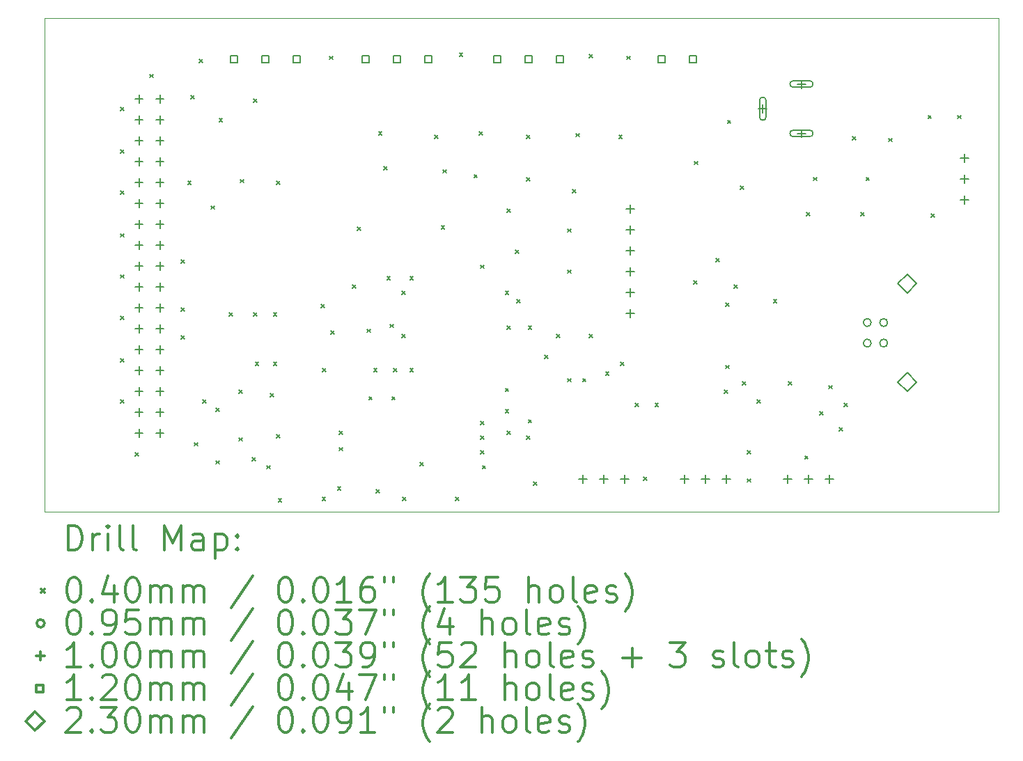
<source format=gbr>
%FSLAX45Y45*%
G04 Gerber Fmt 4.5, Leading zero omitted, Abs format (unit mm)*
G04 Created by KiCad (PCBNEW (5.1.9)-1) date 2021-04-20 11:25:09*
%MOMM*%
%LPD*%
G01*
G04 APERTURE LIST*
%TA.AperFunction,Profile*%
%ADD10C,0.050000*%
%TD*%
%ADD11C,0.200000*%
%ADD12C,0.300000*%
G04 APERTURE END LIST*
D10*
X15800000Y-15000000D02*
X4200000Y-15000000D01*
X15800000Y-9000000D02*
X15800000Y-15000000D01*
X4200000Y-9000000D02*
X15800000Y-9000000D01*
X4200000Y-15000000D02*
X4200000Y-9000000D01*
D11*
X5120000Y-10080000D02*
X5160000Y-10120000D01*
X5160000Y-10080000D02*
X5120000Y-10120000D01*
X5120000Y-10600000D02*
X5160000Y-10640000D01*
X5160000Y-10600000D02*
X5120000Y-10640000D01*
X5120000Y-11100000D02*
X5160000Y-11140000D01*
X5160000Y-11100000D02*
X5120000Y-11140000D01*
X5120000Y-11620000D02*
X5160000Y-11660000D01*
X5160000Y-11620000D02*
X5120000Y-11660000D01*
X5120000Y-12120000D02*
X5160000Y-12160000D01*
X5160000Y-12120000D02*
X5120000Y-12160000D01*
X5120000Y-12620000D02*
X5160000Y-12660000D01*
X5160000Y-12620000D02*
X5120000Y-12660000D01*
X5120000Y-13140000D02*
X5160000Y-13180000D01*
X5160000Y-13140000D02*
X5120000Y-13180000D01*
X5120000Y-13640000D02*
X5160000Y-13680000D01*
X5160000Y-13640000D02*
X5120000Y-13680000D01*
X5300000Y-14280000D02*
X5340000Y-14320000D01*
X5340000Y-14280000D02*
X5300000Y-14320000D01*
X5480000Y-9680000D02*
X5520000Y-9720000D01*
X5520000Y-9680000D02*
X5480000Y-9720000D01*
X5860000Y-11940000D02*
X5900000Y-11980000D01*
X5900000Y-11940000D02*
X5860000Y-11980000D01*
X5860000Y-12520000D02*
X5900000Y-12560000D01*
X5900000Y-12520000D02*
X5860000Y-12560000D01*
X5860000Y-12860000D02*
X5900000Y-12900000D01*
X5900000Y-12860000D02*
X5860000Y-12900000D01*
X5940000Y-10980000D02*
X5980000Y-11020000D01*
X5980000Y-10980000D02*
X5940000Y-11020000D01*
X5980000Y-9940000D02*
X6020000Y-9980000D01*
X6020000Y-9940000D02*
X5980000Y-9980000D01*
X6020000Y-14160000D02*
X6060000Y-14200000D01*
X6060000Y-14160000D02*
X6020000Y-14200000D01*
X6080000Y-9500000D02*
X6120000Y-9540000D01*
X6120000Y-9500000D02*
X6080000Y-9540000D01*
X6120000Y-13640000D02*
X6160000Y-13680000D01*
X6160000Y-13640000D02*
X6120000Y-13680000D01*
X6220000Y-11280000D02*
X6260000Y-11320000D01*
X6260000Y-11280000D02*
X6220000Y-11320000D01*
X6280000Y-13740000D02*
X6320000Y-13780000D01*
X6320000Y-13740000D02*
X6280000Y-13780000D01*
X6280000Y-14380000D02*
X6320000Y-14420000D01*
X6320000Y-14380000D02*
X6280000Y-14420000D01*
X6320000Y-10220000D02*
X6360000Y-10260000D01*
X6360000Y-10220000D02*
X6320000Y-10260000D01*
X6440000Y-12580000D02*
X6480000Y-12620000D01*
X6480000Y-12580000D02*
X6440000Y-12620000D01*
X6560000Y-13520000D02*
X6600000Y-13560000D01*
X6600000Y-13520000D02*
X6560000Y-13560000D01*
X6560000Y-14100000D02*
X6600000Y-14140000D01*
X6600000Y-14100000D02*
X6560000Y-14140000D01*
X6580000Y-10960000D02*
X6620000Y-11000000D01*
X6620000Y-10960000D02*
X6580000Y-11000000D01*
X6720000Y-14340000D02*
X6760000Y-14380000D01*
X6760000Y-14340000D02*
X6720000Y-14380000D01*
X6740000Y-9980000D02*
X6780000Y-10020000D01*
X6780000Y-9980000D02*
X6740000Y-10020000D01*
X6740000Y-12580000D02*
X6780000Y-12620000D01*
X6780000Y-12580000D02*
X6740000Y-12620000D01*
X6760000Y-13180000D02*
X6800000Y-13220000D01*
X6800000Y-13180000D02*
X6760000Y-13220000D01*
X6900000Y-14440000D02*
X6940000Y-14480000D01*
X6940000Y-14440000D02*
X6900000Y-14480000D01*
X6940000Y-13560000D02*
X6980000Y-13600000D01*
X6980000Y-13560000D02*
X6940000Y-13600000D01*
X6980000Y-12580000D02*
X7020000Y-12620000D01*
X7020000Y-12580000D02*
X6980000Y-12620000D01*
X6980000Y-13180000D02*
X7020000Y-13220000D01*
X7020000Y-13180000D02*
X6980000Y-13220000D01*
X7020000Y-10980000D02*
X7060000Y-11020000D01*
X7060000Y-10980000D02*
X7020000Y-11020000D01*
X7020000Y-14060000D02*
X7060000Y-14100000D01*
X7060000Y-14060000D02*
X7020000Y-14100000D01*
X7040000Y-14840000D02*
X7080000Y-14880000D01*
X7080000Y-14840000D02*
X7040000Y-14880000D01*
X7560000Y-12480000D02*
X7600000Y-12520000D01*
X7600000Y-12480000D02*
X7560000Y-12520000D01*
X7573720Y-14826280D02*
X7613720Y-14866280D01*
X7613720Y-14826280D02*
X7573720Y-14866280D01*
X7580000Y-13260000D02*
X7620000Y-13300000D01*
X7620000Y-13260000D02*
X7580000Y-13300000D01*
X7660000Y-9460000D02*
X7700000Y-9500000D01*
X7700000Y-9460000D02*
X7660000Y-9500000D01*
X7680000Y-12800000D02*
X7720000Y-12840000D01*
X7720000Y-12800000D02*
X7680000Y-12840000D01*
X7760000Y-14700000D02*
X7800000Y-14740000D01*
X7800000Y-14700000D02*
X7760000Y-14740000D01*
X7780000Y-14020000D02*
X7820000Y-14060000D01*
X7820000Y-14020000D02*
X7780000Y-14060000D01*
X7780000Y-14220000D02*
X7820000Y-14260000D01*
X7820000Y-14220000D02*
X7780000Y-14260000D01*
X7940000Y-12240000D02*
X7980000Y-12280000D01*
X7980000Y-12240000D02*
X7940000Y-12280000D01*
X8000000Y-11540000D02*
X8040000Y-11580000D01*
X8040000Y-11540000D02*
X8000000Y-11580000D01*
X8120000Y-12780000D02*
X8160000Y-12820000D01*
X8160000Y-12780000D02*
X8120000Y-12820000D01*
X8140000Y-13600000D02*
X8180000Y-13640000D01*
X8180000Y-13600000D02*
X8140000Y-13640000D01*
X8200000Y-13260000D02*
X8240000Y-13300000D01*
X8240000Y-13260000D02*
X8200000Y-13300000D01*
X8230000Y-14730000D02*
X8270000Y-14770000D01*
X8270000Y-14730000D02*
X8230000Y-14770000D01*
X8260000Y-10380000D02*
X8300000Y-10420000D01*
X8300000Y-10380000D02*
X8260000Y-10420000D01*
X8320000Y-10800000D02*
X8360000Y-10840000D01*
X8360000Y-10800000D02*
X8320000Y-10840000D01*
X8360000Y-12140000D02*
X8400000Y-12180000D01*
X8400000Y-12140000D02*
X8360000Y-12180000D01*
X8400000Y-12720000D02*
X8440000Y-12760000D01*
X8440000Y-12720000D02*
X8400000Y-12760000D01*
X8420000Y-13600000D02*
X8460000Y-13640000D01*
X8460000Y-13600000D02*
X8420000Y-13640000D01*
X8440000Y-13260000D02*
X8480000Y-13300000D01*
X8480000Y-13260000D02*
X8440000Y-13300000D01*
X8540000Y-12320000D02*
X8580000Y-12360000D01*
X8580000Y-12320000D02*
X8540000Y-12360000D01*
X8540000Y-12840000D02*
X8580000Y-12880000D01*
X8580000Y-12840000D02*
X8540000Y-12880000D01*
X8553720Y-14826280D02*
X8593720Y-14866280D01*
X8593720Y-14826280D02*
X8553720Y-14866280D01*
X8640000Y-12140000D02*
X8680000Y-12180000D01*
X8680000Y-12140000D02*
X8640000Y-12180000D01*
X8640000Y-13260000D02*
X8680000Y-13300000D01*
X8680000Y-13260000D02*
X8640000Y-13300000D01*
X8760000Y-14400000D02*
X8800000Y-14440000D01*
X8800000Y-14400000D02*
X8760000Y-14440000D01*
X8940000Y-10420000D02*
X8980000Y-10460000D01*
X8980000Y-10420000D02*
X8940000Y-10460000D01*
X9020000Y-11520000D02*
X9060000Y-11560000D01*
X9060000Y-11520000D02*
X9020000Y-11560000D01*
X9040000Y-10840000D02*
X9080000Y-10880000D01*
X9080000Y-10840000D02*
X9040000Y-10880000D01*
X9193720Y-14826280D02*
X9233720Y-14866280D01*
X9233720Y-14826280D02*
X9193720Y-14866280D01*
X9240000Y-9420000D02*
X9280000Y-9460000D01*
X9280000Y-9420000D02*
X9240000Y-9460000D01*
X9420000Y-10900000D02*
X9460000Y-10940000D01*
X9460000Y-10900000D02*
X9420000Y-10940000D01*
X9480000Y-10380000D02*
X9520000Y-10420000D01*
X9520000Y-10380000D02*
X9480000Y-10420000D01*
X9500000Y-12000000D02*
X9540000Y-12040000D01*
X9540000Y-12000000D02*
X9500000Y-12040000D01*
X9500000Y-13900000D02*
X9540000Y-13940000D01*
X9540000Y-13900000D02*
X9500000Y-13940000D01*
X9500000Y-14080000D02*
X9540000Y-14120000D01*
X9540000Y-14080000D02*
X9500000Y-14120000D01*
X9500000Y-14260000D02*
X9540000Y-14300000D01*
X9540000Y-14260000D02*
X9500000Y-14300000D01*
X9520000Y-14440000D02*
X9560000Y-14480000D01*
X9560000Y-14440000D02*
X9520000Y-14480000D01*
X9800000Y-12320000D02*
X9840000Y-12360000D01*
X9840000Y-12320000D02*
X9800000Y-12360000D01*
X9800000Y-13500000D02*
X9840000Y-13540000D01*
X9840000Y-13500000D02*
X9800000Y-13540000D01*
X9800000Y-13760000D02*
X9840000Y-13800000D01*
X9840000Y-13760000D02*
X9800000Y-13800000D01*
X9820000Y-11320000D02*
X9860000Y-11360000D01*
X9860000Y-11320000D02*
X9820000Y-11360000D01*
X9820000Y-12740000D02*
X9860000Y-12780000D01*
X9860000Y-12740000D02*
X9820000Y-12780000D01*
X9820000Y-14020000D02*
X9860000Y-14060000D01*
X9860000Y-14020000D02*
X9820000Y-14060000D01*
X9920000Y-11820000D02*
X9960000Y-11860000D01*
X9960000Y-11820000D02*
X9920000Y-11860000D01*
X9940000Y-12420000D02*
X9980000Y-12460000D01*
X9980000Y-12420000D02*
X9940000Y-12460000D01*
X10060000Y-10420000D02*
X10100000Y-10460000D01*
X10100000Y-10420000D02*
X10060000Y-10460000D01*
X10060000Y-10940000D02*
X10100000Y-10980000D01*
X10100000Y-10940000D02*
X10060000Y-10980000D01*
X10060000Y-14080000D02*
X10100000Y-14120000D01*
X10100000Y-14080000D02*
X10060000Y-14120000D01*
X10080000Y-12740000D02*
X10120000Y-12780000D01*
X10120000Y-12740000D02*
X10080000Y-12780000D01*
X10080000Y-13880000D02*
X10120000Y-13920000D01*
X10120000Y-13880000D02*
X10080000Y-13920000D01*
X10140000Y-14640000D02*
X10180000Y-14680000D01*
X10180000Y-14640000D02*
X10140000Y-14680000D01*
X10280000Y-13100000D02*
X10320000Y-13140000D01*
X10320000Y-13100000D02*
X10280000Y-13140000D01*
X10420000Y-12840000D02*
X10460000Y-12880000D01*
X10460000Y-12840000D02*
X10420000Y-12880000D01*
X10560000Y-11560000D02*
X10600000Y-11600000D01*
X10600000Y-11560000D02*
X10560000Y-11600000D01*
X10560000Y-12060000D02*
X10600000Y-12100000D01*
X10600000Y-12060000D02*
X10560000Y-12100000D01*
X10560000Y-13380000D02*
X10600000Y-13420000D01*
X10600000Y-13380000D02*
X10560000Y-13420000D01*
X10620000Y-11080000D02*
X10660000Y-11120000D01*
X10660000Y-11080000D02*
X10620000Y-11120000D01*
X10660000Y-10400000D02*
X10700000Y-10440000D01*
X10700000Y-10400000D02*
X10660000Y-10440000D01*
X10740000Y-13380000D02*
X10780000Y-13420000D01*
X10780000Y-13380000D02*
X10740000Y-13420000D01*
X10820000Y-9440000D02*
X10860000Y-9480000D01*
X10860000Y-9440000D02*
X10820000Y-9480000D01*
X10820000Y-12840000D02*
X10860000Y-12880000D01*
X10860000Y-12840000D02*
X10820000Y-12880000D01*
X11020000Y-13300000D02*
X11060000Y-13340000D01*
X11060000Y-13300000D02*
X11020000Y-13340000D01*
X11180000Y-10420000D02*
X11220000Y-10460000D01*
X11220000Y-10420000D02*
X11180000Y-10460000D01*
X11200000Y-13180000D02*
X11240000Y-13220000D01*
X11240000Y-13180000D02*
X11200000Y-13220000D01*
X11280000Y-9460000D02*
X11320000Y-9500000D01*
X11320000Y-9460000D02*
X11280000Y-9500000D01*
X11380000Y-13680000D02*
X11420000Y-13720000D01*
X11420000Y-13680000D02*
X11380000Y-13720000D01*
X11480000Y-14580000D02*
X11520000Y-14620000D01*
X11520000Y-14580000D02*
X11480000Y-14620000D01*
X11620000Y-13680000D02*
X11660000Y-13720000D01*
X11660000Y-13680000D02*
X11620000Y-13720000D01*
X12090000Y-12190000D02*
X12130000Y-12230000D01*
X12130000Y-12190000D02*
X12090000Y-12230000D01*
X12100000Y-10740000D02*
X12140000Y-10780000D01*
X12140000Y-10740000D02*
X12100000Y-10780000D01*
X12360000Y-11920000D02*
X12400000Y-11960000D01*
X12400000Y-11920000D02*
X12360000Y-11960000D01*
X12460000Y-13520000D02*
X12500000Y-13560000D01*
X12500000Y-13520000D02*
X12460000Y-13560000D01*
X12480000Y-12460000D02*
X12520000Y-12500000D01*
X12520000Y-12460000D02*
X12480000Y-12500000D01*
X12480000Y-13220000D02*
X12520000Y-13260000D01*
X12520000Y-13220000D02*
X12480000Y-13260000D01*
X12500000Y-10240000D02*
X12540000Y-10280000D01*
X12540000Y-10240000D02*
X12500000Y-10280000D01*
X12580000Y-12240000D02*
X12620000Y-12280000D01*
X12620000Y-12240000D02*
X12580000Y-12280000D01*
X12660000Y-11040000D02*
X12700000Y-11080000D01*
X12700000Y-11040000D02*
X12660000Y-11080000D01*
X12680000Y-13420000D02*
X12720000Y-13460000D01*
X12720000Y-13420000D02*
X12680000Y-13460000D01*
X12740000Y-14260000D02*
X12780000Y-14300000D01*
X12780000Y-14260000D02*
X12740000Y-14300000D01*
X12740000Y-14600000D02*
X12780000Y-14640000D01*
X12780000Y-14600000D02*
X12740000Y-14640000D01*
X12860000Y-13640000D02*
X12900000Y-13680000D01*
X12900000Y-13640000D02*
X12860000Y-13680000D01*
X13060000Y-12420000D02*
X13100000Y-12460000D01*
X13100000Y-12420000D02*
X13060000Y-12460000D01*
X13240000Y-13420000D02*
X13280000Y-13460000D01*
X13280000Y-13420000D02*
X13240000Y-13460000D01*
X13440000Y-14320000D02*
X13480000Y-14360000D01*
X13480000Y-14320000D02*
X13440000Y-14360000D01*
X13460000Y-11360000D02*
X13500000Y-11400000D01*
X13500000Y-11360000D02*
X13460000Y-11400000D01*
X13546000Y-10934000D02*
X13586000Y-10974000D01*
X13586000Y-10934000D02*
X13546000Y-10974000D01*
X13620000Y-13780000D02*
X13660000Y-13820000D01*
X13660000Y-13780000D02*
X13620000Y-13820000D01*
X13735500Y-13464500D02*
X13775500Y-13504500D01*
X13775500Y-13464500D02*
X13735500Y-13504500D01*
X13860000Y-13980000D02*
X13900000Y-14020000D01*
X13900000Y-13980000D02*
X13860000Y-14020000D01*
X13920000Y-13680000D02*
X13960000Y-13720000D01*
X13960000Y-13680000D02*
X13920000Y-13720000D01*
X14020000Y-10440000D02*
X14060000Y-10480000D01*
X14060000Y-10440000D02*
X14020000Y-10480000D01*
X14120000Y-11360000D02*
X14160000Y-11400000D01*
X14160000Y-11360000D02*
X14120000Y-11400000D01*
X14186000Y-10934000D02*
X14226000Y-10974000D01*
X14226000Y-10934000D02*
X14186000Y-10974000D01*
X14460000Y-10460000D02*
X14500000Y-10500000D01*
X14500000Y-10460000D02*
X14460000Y-10500000D01*
X14940000Y-10180000D02*
X14980000Y-10220000D01*
X14980000Y-10180000D02*
X14940000Y-10220000D01*
X14980000Y-11380000D02*
X15020000Y-11420000D01*
X15020000Y-11380000D02*
X14980000Y-11420000D01*
X15300000Y-10180000D02*
X15340000Y-10220000D01*
X15340000Y-10180000D02*
X15300000Y-10220000D01*
X14247500Y-12700000D02*
G75*
G03*
X14247500Y-12700000I-47500J0D01*
G01*
X14247500Y-12950000D02*
G75*
G03*
X14247500Y-12950000I-47500J0D01*
G01*
X14447500Y-12700000D02*
G75*
G03*
X14447500Y-12700000I-47500J0D01*
G01*
X14447500Y-12950000D02*
G75*
G03*
X14447500Y-12950000I-47500J0D01*
G01*
X5346000Y-9930000D02*
X5346000Y-10030000D01*
X5296000Y-9980000D02*
X5396000Y-9980000D01*
X5346000Y-10184000D02*
X5346000Y-10284000D01*
X5296000Y-10234000D02*
X5396000Y-10234000D01*
X5346000Y-10438000D02*
X5346000Y-10538000D01*
X5296000Y-10488000D02*
X5396000Y-10488000D01*
X5346000Y-10692000D02*
X5346000Y-10792000D01*
X5296000Y-10742000D02*
X5396000Y-10742000D01*
X5346000Y-10946000D02*
X5346000Y-11046000D01*
X5296000Y-10996000D02*
X5396000Y-10996000D01*
X5346000Y-11200000D02*
X5346000Y-11300000D01*
X5296000Y-11250000D02*
X5396000Y-11250000D01*
X5346000Y-11454000D02*
X5346000Y-11554000D01*
X5296000Y-11504000D02*
X5396000Y-11504000D01*
X5346000Y-11708000D02*
X5346000Y-11808000D01*
X5296000Y-11758000D02*
X5396000Y-11758000D01*
X5346000Y-11962000D02*
X5346000Y-12062000D01*
X5296000Y-12012000D02*
X5396000Y-12012000D01*
X5346000Y-12216000D02*
X5346000Y-12316000D01*
X5296000Y-12266000D02*
X5396000Y-12266000D01*
X5346000Y-12470000D02*
X5346000Y-12570000D01*
X5296000Y-12520000D02*
X5396000Y-12520000D01*
X5346000Y-12724000D02*
X5346000Y-12824000D01*
X5296000Y-12774000D02*
X5396000Y-12774000D01*
X5346000Y-12978000D02*
X5346000Y-13078000D01*
X5296000Y-13028000D02*
X5396000Y-13028000D01*
X5346000Y-13232000D02*
X5346000Y-13332000D01*
X5296000Y-13282000D02*
X5396000Y-13282000D01*
X5346000Y-13486000D02*
X5346000Y-13586000D01*
X5296000Y-13536000D02*
X5396000Y-13536000D01*
X5346000Y-13740000D02*
X5346000Y-13840000D01*
X5296000Y-13790000D02*
X5396000Y-13790000D01*
X5346000Y-13994000D02*
X5346000Y-14094000D01*
X5296000Y-14044000D02*
X5396000Y-14044000D01*
X5600000Y-9930000D02*
X5600000Y-10030000D01*
X5550000Y-9980000D02*
X5650000Y-9980000D01*
X5600000Y-10184000D02*
X5600000Y-10284000D01*
X5550000Y-10234000D02*
X5650000Y-10234000D01*
X5600000Y-10438000D02*
X5600000Y-10538000D01*
X5550000Y-10488000D02*
X5650000Y-10488000D01*
X5600000Y-10692000D02*
X5600000Y-10792000D01*
X5550000Y-10742000D02*
X5650000Y-10742000D01*
X5600000Y-10946000D02*
X5600000Y-11046000D01*
X5550000Y-10996000D02*
X5650000Y-10996000D01*
X5600000Y-11200000D02*
X5600000Y-11300000D01*
X5550000Y-11250000D02*
X5650000Y-11250000D01*
X5600000Y-11454000D02*
X5600000Y-11554000D01*
X5550000Y-11504000D02*
X5650000Y-11504000D01*
X5600000Y-11708000D02*
X5600000Y-11808000D01*
X5550000Y-11758000D02*
X5650000Y-11758000D01*
X5600000Y-11962000D02*
X5600000Y-12062000D01*
X5550000Y-12012000D02*
X5650000Y-12012000D01*
X5600000Y-12216000D02*
X5600000Y-12316000D01*
X5550000Y-12266000D02*
X5650000Y-12266000D01*
X5600000Y-12470000D02*
X5600000Y-12570000D01*
X5550000Y-12520000D02*
X5650000Y-12520000D01*
X5600000Y-12724000D02*
X5600000Y-12824000D01*
X5550000Y-12774000D02*
X5650000Y-12774000D01*
X5600000Y-12978000D02*
X5600000Y-13078000D01*
X5550000Y-13028000D02*
X5650000Y-13028000D01*
X5600000Y-13232000D02*
X5600000Y-13332000D01*
X5550000Y-13282000D02*
X5650000Y-13282000D01*
X5600000Y-13486000D02*
X5600000Y-13586000D01*
X5550000Y-13536000D02*
X5650000Y-13536000D01*
X5600000Y-13740000D02*
X5600000Y-13840000D01*
X5550000Y-13790000D02*
X5650000Y-13790000D01*
X5600000Y-13994000D02*
X5600000Y-14094000D01*
X5550000Y-14044000D02*
X5650000Y-14044000D01*
X10740000Y-14550000D02*
X10740000Y-14650000D01*
X10690000Y-14600000D02*
X10790000Y-14600000D01*
X10994000Y-14550000D02*
X10994000Y-14650000D01*
X10944000Y-14600000D02*
X11044000Y-14600000D01*
X11248000Y-14550000D02*
X11248000Y-14650000D01*
X11198000Y-14600000D02*
X11298000Y-14600000D01*
X11320000Y-11270000D02*
X11320000Y-11370000D01*
X11270000Y-11320000D02*
X11370000Y-11320000D01*
X11320000Y-11524000D02*
X11320000Y-11624000D01*
X11270000Y-11574000D02*
X11370000Y-11574000D01*
X11320000Y-11778000D02*
X11320000Y-11878000D01*
X11270000Y-11828000D02*
X11370000Y-11828000D01*
X11320000Y-12032000D02*
X11320000Y-12132000D01*
X11270000Y-12082000D02*
X11370000Y-12082000D01*
X11320000Y-12286000D02*
X11320000Y-12386000D01*
X11270000Y-12336000D02*
X11370000Y-12336000D01*
X11320000Y-12540000D02*
X11320000Y-12640000D01*
X11270000Y-12590000D02*
X11370000Y-12590000D01*
X11980000Y-14550000D02*
X11980000Y-14650000D01*
X11930000Y-14600000D02*
X12030000Y-14600000D01*
X12234000Y-14550000D02*
X12234000Y-14650000D01*
X12184000Y-14600000D02*
X12284000Y-14600000D01*
X12488000Y-14550000D02*
X12488000Y-14650000D01*
X12438000Y-14600000D02*
X12538000Y-14600000D01*
X12930000Y-10050000D02*
X12930000Y-10150000D01*
X12880000Y-10100000D02*
X12980000Y-10100000D01*
X12890000Y-10000000D02*
X12890000Y-10200000D01*
X12970000Y-10000000D02*
X12970000Y-10200000D01*
X12890000Y-10200000D02*
G75*
G03*
X12970000Y-10200000I40000J0D01*
G01*
X12970000Y-10000000D02*
G75*
G03*
X12890000Y-10000000I-40000J0D01*
G01*
X13232000Y-14550000D02*
X13232000Y-14650000D01*
X13182000Y-14600000D02*
X13282000Y-14600000D01*
X13400000Y-9750000D02*
X13400000Y-9850000D01*
X13350000Y-9800000D02*
X13450000Y-9800000D01*
X13500000Y-9760000D02*
X13300000Y-9760000D01*
X13500000Y-9840000D02*
X13300000Y-9840000D01*
X13300000Y-9760000D02*
G75*
G03*
X13300000Y-9840000I0J-40000D01*
G01*
X13500000Y-9840000D02*
G75*
G03*
X13500000Y-9760000I0J40000D01*
G01*
X13400000Y-10350000D02*
X13400000Y-10450000D01*
X13350000Y-10400000D02*
X13450000Y-10400000D01*
X13500000Y-10360000D02*
X13300000Y-10360000D01*
X13500000Y-10440000D02*
X13300000Y-10440000D01*
X13300000Y-10360000D02*
G75*
G03*
X13300000Y-10440000I0J-40000D01*
G01*
X13500000Y-10440000D02*
G75*
G03*
X13500000Y-10360000I0J40000D01*
G01*
X13486000Y-14550000D02*
X13486000Y-14650000D01*
X13436000Y-14600000D02*
X13536000Y-14600000D01*
X13740000Y-14550000D02*
X13740000Y-14650000D01*
X13690000Y-14600000D02*
X13790000Y-14600000D01*
X15380000Y-10650000D02*
X15380000Y-10750000D01*
X15330000Y-10700000D02*
X15430000Y-10700000D01*
X15380000Y-10904000D02*
X15380000Y-11004000D01*
X15330000Y-10954000D02*
X15430000Y-10954000D01*
X15380000Y-11158000D02*
X15380000Y-11258000D01*
X15330000Y-11208000D02*
X15430000Y-11208000D01*
X6542427Y-9542427D02*
X6542427Y-9457573D01*
X6457573Y-9457573D01*
X6457573Y-9542427D01*
X6542427Y-9542427D01*
X6923427Y-9542427D02*
X6923427Y-9457573D01*
X6838573Y-9457573D01*
X6838573Y-9542427D01*
X6923427Y-9542427D01*
X7304427Y-9542427D02*
X7304427Y-9457573D01*
X7219573Y-9457573D01*
X7219573Y-9542427D01*
X7304427Y-9542427D01*
X8142427Y-9542427D02*
X8142427Y-9457573D01*
X8057573Y-9457573D01*
X8057573Y-9542427D01*
X8142427Y-9542427D01*
X8523427Y-9542427D02*
X8523427Y-9457573D01*
X8438573Y-9457573D01*
X8438573Y-9542427D01*
X8523427Y-9542427D01*
X8904427Y-9542427D02*
X8904427Y-9457573D01*
X8819573Y-9457573D01*
X8819573Y-9542427D01*
X8904427Y-9542427D01*
X9742427Y-9542427D02*
X9742427Y-9457573D01*
X9657573Y-9457573D01*
X9657573Y-9542427D01*
X9742427Y-9542427D01*
X10123427Y-9542427D02*
X10123427Y-9457573D01*
X10038573Y-9457573D01*
X10038573Y-9542427D01*
X10123427Y-9542427D01*
X10504427Y-9542427D02*
X10504427Y-9457573D01*
X10419573Y-9457573D01*
X10419573Y-9542427D01*
X10504427Y-9542427D01*
X11742427Y-9542427D02*
X11742427Y-9457573D01*
X11657573Y-9457573D01*
X11657573Y-9542427D01*
X11742427Y-9542427D01*
X12123427Y-9542427D02*
X12123427Y-9457573D01*
X12038573Y-9457573D01*
X12038573Y-9542427D01*
X12123427Y-9542427D01*
X14686000Y-12340000D02*
X14801000Y-12225000D01*
X14686000Y-12110000D01*
X14571000Y-12225000D01*
X14686000Y-12340000D01*
X14686000Y-13540000D02*
X14801000Y-13425000D01*
X14686000Y-13310000D01*
X14571000Y-13425000D01*
X14686000Y-13540000D01*
D12*
X4483928Y-15468214D02*
X4483928Y-15168214D01*
X4555357Y-15168214D01*
X4598214Y-15182500D01*
X4626786Y-15211071D01*
X4641071Y-15239643D01*
X4655357Y-15296786D01*
X4655357Y-15339643D01*
X4641071Y-15396786D01*
X4626786Y-15425357D01*
X4598214Y-15453929D01*
X4555357Y-15468214D01*
X4483928Y-15468214D01*
X4783928Y-15468214D02*
X4783928Y-15268214D01*
X4783928Y-15325357D02*
X4798214Y-15296786D01*
X4812500Y-15282500D01*
X4841071Y-15268214D01*
X4869643Y-15268214D01*
X4969643Y-15468214D02*
X4969643Y-15268214D01*
X4969643Y-15168214D02*
X4955357Y-15182500D01*
X4969643Y-15196786D01*
X4983928Y-15182500D01*
X4969643Y-15168214D01*
X4969643Y-15196786D01*
X5155357Y-15468214D02*
X5126786Y-15453929D01*
X5112500Y-15425357D01*
X5112500Y-15168214D01*
X5312500Y-15468214D02*
X5283928Y-15453929D01*
X5269643Y-15425357D01*
X5269643Y-15168214D01*
X5655357Y-15468214D02*
X5655357Y-15168214D01*
X5755357Y-15382500D01*
X5855357Y-15168214D01*
X5855357Y-15468214D01*
X6126786Y-15468214D02*
X6126786Y-15311071D01*
X6112500Y-15282500D01*
X6083928Y-15268214D01*
X6026786Y-15268214D01*
X5998214Y-15282500D01*
X6126786Y-15453929D02*
X6098214Y-15468214D01*
X6026786Y-15468214D01*
X5998214Y-15453929D01*
X5983928Y-15425357D01*
X5983928Y-15396786D01*
X5998214Y-15368214D01*
X6026786Y-15353929D01*
X6098214Y-15353929D01*
X6126786Y-15339643D01*
X6269643Y-15268214D02*
X6269643Y-15568214D01*
X6269643Y-15282500D02*
X6298214Y-15268214D01*
X6355357Y-15268214D01*
X6383928Y-15282500D01*
X6398214Y-15296786D01*
X6412500Y-15325357D01*
X6412500Y-15411071D01*
X6398214Y-15439643D01*
X6383928Y-15453929D01*
X6355357Y-15468214D01*
X6298214Y-15468214D01*
X6269643Y-15453929D01*
X6541071Y-15439643D02*
X6555357Y-15453929D01*
X6541071Y-15468214D01*
X6526786Y-15453929D01*
X6541071Y-15439643D01*
X6541071Y-15468214D01*
X6541071Y-15282500D02*
X6555357Y-15296786D01*
X6541071Y-15311071D01*
X6526786Y-15296786D01*
X6541071Y-15282500D01*
X6541071Y-15311071D01*
X4157500Y-15942500D02*
X4197500Y-15982500D01*
X4197500Y-15942500D02*
X4157500Y-15982500D01*
X4541071Y-15798214D02*
X4569643Y-15798214D01*
X4598214Y-15812500D01*
X4612500Y-15826786D01*
X4626786Y-15855357D01*
X4641071Y-15912500D01*
X4641071Y-15983929D01*
X4626786Y-16041071D01*
X4612500Y-16069643D01*
X4598214Y-16083929D01*
X4569643Y-16098214D01*
X4541071Y-16098214D01*
X4512500Y-16083929D01*
X4498214Y-16069643D01*
X4483928Y-16041071D01*
X4469643Y-15983929D01*
X4469643Y-15912500D01*
X4483928Y-15855357D01*
X4498214Y-15826786D01*
X4512500Y-15812500D01*
X4541071Y-15798214D01*
X4769643Y-16069643D02*
X4783928Y-16083929D01*
X4769643Y-16098214D01*
X4755357Y-16083929D01*
X4769643Y-16069643D01*
X4769643Y-16098214D01*
X5041071Y-15898214D02*
X5041071Y-16098214D01*
X4969643Y-15783929D02*
X4898214Y-15998214D01*
X5083928Y-15998214D01*
X5255357Y-15798214D02*
X5283928Y-15798214D01*
X5312500Y-15812500D01*
X5326786Y-15826786D01*
X5341071Y-15855357D01*
X5355357Y-15912500D01*
X5355357Y-15983929D01*
X5341071Y-16041071D01*
X5326786Y-16069643D01*
X5312500Y-16083929D01*
X5283928Y-16098214D01*
X5255357Y-16098214D01*
X5226786Y-16083929D01*
X5212500Y-16069643D01*
X5198214Y-16041071D01*
X5183928Y-15983929D01*
X5183928Y-15912500D01*
X5198214Y-15855357D01*
X5212500Y-15826786D01*
X5226786Y-15812500D01*
X5255357Y-15798214D01*
X5483928Y-16098214D02*
X5483928Y-15898214D01*
X5483928Y-15926786D02*
X5498214Y-15912500D01*
X5526786Y-15898214D01*
X5569643Y-15898214D01*
X5598214Y-15912500D01*
X5612500Y-15941071D01*
X5612500Y-16098214D01*
X5612500Y-15941071D02*
X5626786Y-15912500D01*
X5655357Y-15898214D01*
X5698214Y-15898214D01*
X5726786Y-15912500D01*
X5741071Y-15941071D01*
X5741071Y-16098214D01*
X5883928Y-16098214D02*
X5883928Y-15898214D01*
X5883928Y-15926786D02*
X5898214Y-15912500D01*
X5926786Y-15898214D01*
X5969643Y-15898214D01*
X5998214Y-15912500D01*
X6012500Y-15941071D01*
X6012500Y-16098214D01*
X6012500Y-15941071D02*
X6026786Y-15912500D01*
X6055357Y-15898214D01*
X6098214Y-15898214D01*
X6126786Y-15912500D01*
X6141071Y-15941071D01*
X6141071Y-16098214D01*
X6726786Y-15783929D02*
X6469643Y-16169643D01*
X7112500Y-15798214D02*
X7141071Y-15798214D01*
X7169643Y-15812500D01*
X7183928Y-15826786D01*
X7198214Y-15855357D01*
X7212500Y-15912500D01*
X7212500Y-15983929D01*
X7198214Y-16041071D01*
X7183928Y-16069643D01*
X7169643Y-16083929D01*
X7141071Y-16098214D01*
X7112500Y-16098214D01*
X7083928Y-16083929D01*
X7069643Y-16069643D01*
X7055357Y-16041071D01*
X7041071Y-15983929D01*
X7041071Y-15912500D01*
X7055357Y-15855357D01*
X7069643Y-15826786D01*
X7083928Y-15812500D01*
X7112500Y-15798214D01*
X7341071Y-16069643D02*
X7355357Y-16083929D01*
X7341071Y-16098214D01*
X7326786Y-16083929D01*
X7341071Y-16069643D01*
X7341071Y-16098214D01*
X7541071Y-15798214D02*
X7569643Y-15798214D01*
X7598214Y-15812500D01*
X7612500Y-15826786D01*
X7626786Y-15855357D01*
X7641071Y-15912500D01*
X7641071Y-15983929D01*
X7626786Y-16041071D01*
X7612500Y-16069643D01*
X7598214Y-16083929D01*
X7569643Y-16098214D01*
X7541071Y-16098214D01*
X7512500Y-16083929D01*
X7498214Y-16069643D01*
X7483928Y-16041071D01*
X7469643Y-15983929D01*
X7469643Y-15912500D01*
X7483928Y-15855357D01*
X7498214Y-15826786D01*
X7512500Y-15812500D01*
X7541071Y-15798214D01*
X7926786Y-16098214D02*
X7755357Y-16098214D01*
X7841071Y-16098214D02*
X7841071Y-15798214D01*
X7812500Y-15841071D01*
X7783928Y-15869643D01*
X7755357Y-15883929D01*
X8183928Y-15798214D02*
X8126786Y-15798214D01*
X8098214Y-15812500D01*
X8083928Y-15826786D01*
X8055357Y-15869643D01*
X8041071Y-15926786D01*
X8041071Y-16041071D01*
X8055357Y-16069643D01*
X8069643Y-16083929D01*
X8098214Y-16098214D01*
X8155357Y-16098214D01*
X8183928Y-16083929D01*
X8198214Y-16069643D01*
X8212500Y-16041071D01*
X8212500Y-15969643D01*
X8198214Y-15941071D01*
X8183928Y-15926786D01*
X8155357Y-15912500D01*
X8098214Y-15912500D01*
X8069643Y-15926786D01*
X8055357Y-15941071D01*
X8041071Y-15969643D01*
X8326786Y-15798214D02*
X8326786Y-15855357D01*
X8441071Y-15798214D02*
X8441071Y-15855357D01*
X8883928Y-16212500D02*
X8869643Y-16198214D01*
X8841071Y-16155357D01*
X8826786Y-16126786D01*
X8812500Y-16083929D01*
X8798214Y-16012500D01*
X8798214Y-15955357D01*
X8812500Y-15883929D01*
X8826786Y-15841071D01*
X8841071Y-15812500D01*
X8869643Y-15769643D01*
X8883928Y-15755357D01*
X9155357Y-16098214D02*
X8983928Y-16098214D01*
X9069643Y-16098214D02*
X9069643Y-15798214D01*
X9041071Y-15841071D01*
X9012500Y-15869643D01*
X8983928Y-15883929D01*
X9255357Y-15798214D02*
X9441071Y-15798214D01*
X9341071Y-15912500D01*
X9383928Y-15912500D01*
X9412500Y-15926786D01*
X9426786Y-15941071D01*
X9441071Y-15969643D01*
X9441071Y-16041071D01*
X9426786Y-16069643D01*
X9412500Y-16083929D01*
X9383928Y-16098214D01*
X9298214Y-16098214D01*
X9269643Y-16083929D01*
X9255357Y-16069643D01*
X9712500Y-15798214D02*
X9569643Y-15798214D01*
X9555357Y-15941071D01*
X9569643Y-15926786D01*
X9598214Y-15912500D01*
X9669643Y-15912500D01*
X9698214Y-15926786D01*
X9712500Y-15941071D01*
X9726786Y-15969643D01*
X9726786Y-16041071D01*
X9712500Y-16069643D01*
X9698214Y-16083929D01*
X9669643Y-16098214D01*
X9598214Y-16098214D01*
X9569643Y-16083929D01*
X9555357Y-16069643D01*
X10083928Y-16098214D02*
X10083928Y-15798214D01*
X10212500Y-16098214D02*
X10212500Y-15941071D01*
X10198214Y-15912500D01*
X10169643Y-15898214D01*
X10126786Y-15898214D01*
X10098214Y-15912500D01*
X10083928Y-15926786D01*
X10398214Y-16098214D02*
X10369643Y-16083929D01*
X10355357Y-16069643D01*
X10341071Y-16041071D01*
X10341071Y-15955357D01*
X10355357Y-15926786D01*
X10369643Y-15912500D01*
X10398214Y-15898214D01*
X10441071Y-15898214D01*
X10469643Y-15912500D01*
X10483928Y-15926786D01*
X10498214Y-15955357D01*
X10498214Y-16041071D01*
X10483928Y-16069643D01*
X10469643Y-16083929D01*
X10441071Y-16098214D01*
X10398214Y-16098214D01*
X10669643Y-16098214D02*
X10641071Y-16083929D01*
X10626786Y-16055357D01*
X10626786Y-15798214D01*
X10898214Y-16083929D02*
X10869643Y-16098214D01*
X10812500Y-16098214D01*
X10783928Y-16083929D01*
X10769643Y-16055357D01*
X10769643Y-15941071D01*
X10783928Y-15912500D01*
X10812500Y-15898214D01*
X10869643Y-15898214D01*
X10898214Y-15912500D01*
X10912500Y-15941071D01*
X10912500Y-15969643D01*
X10769643Y-15998214D01*
X11026786Y-16083929D02*
X11055357Y-16098214D01*
X11112500Y-16098214D01*
X11141071Y-16083929D01*
X11155357Y-16055357D01*
X11155357Y-16041071D01*
X11141071Y-16012500D01*
X11112500Y-15998214D01*
X11069643Y-15998214D01*
X11041071Y-15983929D01*
X11026786Y-15955357D01*
X11026786Y-15941071D01*
X11041071Y-15912500D01*
X11069643Y-15898214D01*
X11112500Y-15898214D01*
X11141071Y-15912500D01*
X11255357Y-16212500D02*
X11269643Y-16198214D01*
X11298214Y-16155357D01*
X11312500Y-16126786D01*
X11326786Y-16083929D01*
X11341071Y-16012500D01*
X11341071Y-15955357D01*
X11326786Y-15883929D01*
X11312500Y-15841071D01*
X11298214Y-15812500D01*
X11269643Y-15769643D01*
X11255357Y-15755357D01*
X4197500Y-16358500D02*
G75*
G03*
X4197500Y-16358500I-47500J0D01*
G01*
X4541071Y-16194214D02*
X4569643Y-16194214D01*
X4598214Y-16208500D01*
X4612500Y-16222786D01*
X4626786Y-16251357D01*
X4641071Y-16308500D01*
X4641071Y-16379929D01*
X4626786Y-16437071D01*
X4612500Y-16465643D01*
X4598214Y-16479929D01*
X4569643Y-16494214D01*
X4541071Y-16494214D01*
X4512500Y-16479929D01*
X4498214Y-16465643D01*
X4483928Y-16437071D01*
X4469643Y-16379929D01*
X4469643Y-16308500D01*
X4483928Y-16251357D01*
X4498214Y-16222786D01*
X4512500Y-16208500D01*
X4541071Y-16194214D01*
X4769643Y-16465643D02*
X4783928Y-16479929D01*
X4769643Y-16494214D01*
X4755357Y-16479929D01*
X4769643Y-16465643D01*
X4769643Y-16494214D01*
X4926786Y-16494214D02*
X4983928Y-16494214D01*
X5012500Y-16479929D01*
X5026786Y-16465643D01*
X5055357Y-16422786D01*
X5069643Y-16365643D01*
X5069643Y-16251357D01*
X5055357Y-16222786D01*
X5041071Y-16208500D01*
X5012500Y-16194214D01*
X4955357Y-16194214D01*
X4926786Y-16208500D01*
X4912500Y-16222786D01*
X4898214Y-16251357D01*
X4898214Y-16322786D01*
X4912500Y-16351357D01*
X4926786Y-16365643D01*
X4955357Y-16379929D01*
X5012500Y-16379929D01*
X5041071Y-16365643D01*
X5055357Y-16351357D01*
X5069643Y-16322786D01*
X5341071Y-16194214D02*
X5198214Y-16194214D01*
X5183928Y-16337071D01*
X5198214Y-16322786D01*
X5226786Y-16308500D01*
X5298214Y-16308500D01*
X5326786Y-16322786D01*
X5341071Y-16337071D01*
X5355357Y-16365643D01*
X5355357Y-16437071D01*
X5341071Y-16465643D01*
X5326786Y-16479929D01*
X5298214Y-16494214D01*
X5226786Y-16494214D01*
X5198214Y-16479929D01*
X5183928Y-16465643D01*
X5483928Y-16494214D02*
X5483928Y-16294214D01*
X5483928Y-16322786D02*
X5498214Y-16308500D01*
X5526786Y-16294214D01*
X5569643Y-16294214D01*
X5598214Y-16308500D01*
X5612500Y-16337071D01*
X5612500Y-16494214D01*
X5612500Y-16337071D02*
X5626786Y-16308500D01*
X5655357Y-16294214D01*
X5698214Y-16294214D01*
X5726786Y-16308500D01*
X5741071Y-16337071D01*
X5741071Y-16494214D01*
X5883928Y-16494214D02*
X5883928Y-16294214D01*
X5883928Y-16322786D02*
X5898214Y-16308500D01*
X5926786Y-16294214D01*
X5969643Y-16294214D01*
X5998214Y-16308500D01*
X6012500Y-16337071D01*
X6012500Y-16494214D01*
X6012500Y-16337071D02*
X6026786Y-16308500D01*
X6055357Y-16294214D01*
X6098214Y-16294214D01*
X6126786Y-16308500D01*
X6141071Y-16337071D01*
X6141071Y-16494214D01*
X6726786Y-16179929D02*
X6469643Y-16565643D01*
X7112500Y-16194214D02*
X7141071Y-16194214D01*
X7169643Y-16208500D01*
X7183928Y-16222786D01*
X7198214Y-16251357D01*
X7212500Y-16308500D01*
X7212500Y-16379929D01*
X7198214Y-16437071D01*
X7183928Y-16465643D01*
X7169643Y-16479929D01*
X7141071Y-16494214D01*
X7112500Y-16494214D01*
X7083928Y-16479929D01*
X7069643Y-16465643D01*
X7055357Y-16437071D01*
X7041071Y-16379929D01*
X7041071Y-16308500D01*
X7055357Y-16251357D01*
X7069643Y-16222786D01*
X7083928Y-16208500D01*
X7112500Y-16194214D01*
X7341071Y-16465643D02*
X7355357Y-16479929D01*
X7341071Y-16494214D01*
X7326786Y-16479929D01*
X7341071Y-16465643D01*
X7341071Y-16494214D01*
X7541071Y-16194214D02*
X7569643Y-16194214D01*
X7598214Y-16208500D01*
X7612500Y-16222786D01*
X7626786Y-16251357D01*
X7641071Y-16308500D01*
X7641071Y-16379929D01*
X7626786Y-16437071D01*
X7612500Y-16465643D01*
X7598214Y-16479929D01*
X7569643Y-16494214D01*
X7541071Y-16494214D01*
X7512500Y-16479929D01*
X7498214Y-16465643D01*
X7483928Y-16437071D01*
X7469643Y-16379929D01*
X7469643Y-16308500D01*
X7483928Y-16251357D01*
X7498214Y-16222786D01*
X7512500Y-16208500D01*
X7541071Y-16194214D01*
X7741071Y-16194214D02*
X7926786Y-16194214D01*
X7826786Y-16308500D01*
X7869643Y-16308500D01*
X7898214Y-16322786D01*
X7912500Y-16337071D01*
X7926786Y-16365643D01*
X7926786Y-16437071D01*
X7912500Y-16465643D01*
X7898214Y-16479929D01*
X7869643Y-16494214D01*
X7783928Y-16494214D01*
X7755357Y-16479929D01*
X7741071Y-16465643D01*
X8026786Y-16194214D02*
X8226786Y-16194214D01*
X8098214Y-16494214D01*
X8326786Y-16194214D02*
X8326786Y-16251357D01*
X8441071Y-16194214D02*
X8441071Y-16251357D01*
X8883928Y-16608500D02*
X8869643Y-16594214D01*
X8841071Y-16551357D01*
X8826786Y-16522786D01*
X8812500Y-16479929D01*
X8798214Y-16408500D01*
X8798214Y-16351357D01*
X8812500Y-16279929D01*
X8826786Y-16237071D01*
X8841071Y-16208500D01*
X8869643Y-16165643D01*
X8883928Y-16151357D01*
X9126786Y-16294214D02*
X9126786Y-16494214D01*
X9055357Y-16179929D02*
X8983928Y-16394214D01*
X9169643Y-16394214D01*
X9512500Y-16494214D02*
X9512500Y-16194214D01*
X9641071Y-16494214D02*
X9641071Y-16337071D01*
X9626786Y-16308500D01*
X9598214Y-16294214D01*
X9555357Y-16294214D01*
X9526786Y-16308500D01*
X9512500Y-16322786D01*
X9826786Y-16494214D02*
X9798214Y-16479929D01*
X9783928Y-16465643D01*
X9769643Y-16437071D01*
X9769643Y-16351357D01*
X9783928Y-16322786D01*
X9798214Y-16308500D01*
X9826786Y-16294214D01*
X9869643Y-16294214D01*
X9898214Y-16308500D01*
X9912500Y-16322786D01*
X9926786Y-16351357D01*
X9926786Y-16437071D01*
X9912500Y-16465643D01*
X9898214Y-16479929D01*
X9869643Y-16494214D01*
X9826786Y-16494214D01*
X10098214Y-16494214D02*
X10069643Y-16479929D01*
X10055357Y-16451357D01*
X10055357Y-16194214D01*
X10326786Y-16479929D02*
X10298214Y-16494214D01*
X10241071Y-16494214D01*
X10212500Y-16479929D01*
X10198214Y-16451357D01*
X10198214Y-16337071D01*
X10212500Y-16308500D01*
X10241071Y-16294214D01*
X10298214Y-16294214D01*
X10326786Y-16308500D01*
X10341071Y-16337071D01*
X10341071Y-16365643D01*
X10198214Y-16394214D01*
X10455357Y-16479929D02*
X10483928Y-16494214D01*
X10541071Y-16494214D01*
X10569643Y-16479929D01*
X10583928Y-16451357D01*
X10583928Y-16437071D01*
X10569643Y-16408500D01*
X10541071Y-16394214D01*
X10498214Y-16394214D01*
X10469643Y-16379929D01*
X10455357Y-16351357D01*
X10455357Y-16337071D01*
X10469643Y-16308500D01*
X10498214Y-16294214D01*
X10541071Y-16294214D01*
X10569643Y-16308500D01*
X10683928Y-16608500D02*
X10698214Y-16594214D01*
X10726786Y-16551357D01*
X10741071Y-16522786D01*
X10755357Y-16479929D01*
X10769643Y-16408500D01*
X10769643Y-16351357D01*
X10755357Y-16279929D01*
X10741071Y-16237071D01*
X10726786Y-16208500D01*
X10698214Y-16165643D01*
X10683928Y-16151357D01*
X4147500Y-16704500D02*
X4147500Y-16804500D01*
X4097500Y-16754500D02*
X4197500Y-16754500D01*
X4641071Y-16890214D02*
X4469643Y-16890214D01*
X4555357Y-16890214D02*
X4555357Y-16590214D01*
X4526786Y-16633071D01*
X4498214Y-16661643D01*
X4469643Y-16675929D01*
X4769643Y-16861643D02*
X4783928Y-16875929D01*
X4769643Y-16890214D01*
X4755357Y-16875929D01*
X4769643Y-16861643D01*
X4769643Y-16890214D01*
X4969643Y-16590214D02*
X4998214Y-16590214D01*
X5026786Y-16604500D01*
X5041071Y-16618786D01*
X5055357Y-16647357D01*
X5069643Y-16704500D01*
X5069643Y-16775929D01*
X5055357Y-16833072D01*
X5041071Y-16861643D01*
X5026786Y-16875929D01*
X4998214Y-16890214D01*
X4969643Y-16890214D01*
X4941071Y-16875929D01*
X4926786Y-16861643D01*
X4912500Y-16833072D01*
X4898214Y-16775929D01*
X4898214Y-16704500D01*
X4912500Y-16647357D01*
X4926786Y-16618786D01*
X4941071Y-16604500D01*
X4969643Y-16590214D01*
X5255357Y-16590214D02*
X5283928Y-16590214D01*
X5312500Y-16604500D01*
X5326786Y-16618786D01*
X5341071Y-16647357D01*
X5355357Y-16704500D01*
X5355357Y-16775929D01*
X5341071Y-16833072D01*
X5326786Y-16861643D01*
X5312500Y-16875929D01*
X5283928Y-16890214D01*
X5255357Y-16890214D01*
X5226786Y-16875929D01*
X5212500Y-16861643D01*
X5198214Y-16833072D01*
X5183928Y-16775929D01*
X5183928Y-16704500D01*
X5198214Y-16647357D01*
X5212500Y-16618786D01*
X5226786Y-16604500D01*
X5255357Y-16590214D01*
X5483928Y-16890214D02*
X5483928Y-16690214D01*
X5483928Y-16718786D02*
X5498214Y-16704500D01*
X5526786Y-16690214D01*
X5569643Y-16690214D01*
X5598214Y-16704500D01*
X5612500Y-16733071D01*
X5612500Y-16890214D01*
X5612500Y-16733071D02*
X5626786Y-16704500D01*
X5655357Y-16690214D01*
X5698214Y-16690214D01*
X5726786Y-16704500D01*
X5741071Y-16733071D01*
X5741071Y-16890214D01*
X5883928Y-16890214D02*
X5883928Y-16690214D01*
X5883928Y-16718786D02*
X5898214Y-16704500D01*
X5926786Y-16690214D01*
X5969643Y-16690214D01*
X5998214Y-16704500D01*
X6012500Y-16733071D01*
X6012500Y-16890214D01*
X6012500Y-16733071D02*
X6026786Y-16704500D01*
X6055357Y-16690214D01*
X6098214Y-16690214D01*
X6126786Y-16704500D01*
X6141071Y-16733071D01*
X6141071Y-16890214D01*
X6726786Y-16575929D02*
X6469643Y-16961643D01*
X7112500Y-16590214D02*
X7141071Y-16590214D01*
X7169643Y-16604500D01*
X7183928Y-16618786D01*
X7198214Y-16647357D01*
X7212500Y-16704500D01*
X7212500Y-16775929D01*
X7198214Y-16833072D01*
X7183928Y-16861643D01*
X7169643Y-16875929D01*
X7141071Y-16890214D01*
X7112500Y-16890214D01*
X7083928Y-16875929D01*
X7069643Y-16861643D01*
X7055357Y-16833072D01*
X7041071Y-16775929D01*
X7041071Y-16704500D01*
X7055357Y-16647357D01*
X7069643Y-16618786D01*
X7083928Y-16604500D01*
X7112500Y-16590214D01*
X7341071Y-16861643D02*
X7355357Y-16875929D01*
X7341071Y-16890214D01*
X7326786Y-16875929D01*
X7341071Y-16861643D01*
X7341071Y-16890214D01*
X7541071Y-16590214D02*
X7569643Y-16590214D01*
X7598214Y-16604500D01*
X7612500Y-16618786D01*
X7626786Y-16647357D01*
X7641071Y-16704500D01*
X7641071Y-16775929D01*
X7626786Y-16833072D01*
X7612500Y-16861643D01*
X7598214Y-16875929D01*
X7569643Y-16890214D01*
X7541071Y-16890214D01*
X7512500Y-16875929D01*
X7498214Y-16861643D01*
X7483928Y-16833072D01*
X7469643Y-16775929D01*
X7469643Y-16704500D01*
X7483928Y-16647357D01*
X7498214Y-16618786D01*
X7512500Y-16604500D01*
X7541071Y-16590214D01*
X7741071Y-16590214D02*
X7926786Y-16590214D01*
X7826786Y-16704500D01*
X7869643Y-16704500D01*
X7898214Y-16718786D01*
X7912500Y-16733071D01*
X7926786Y-16761643D01*
X7926786Y-16833072D01*
X7912500Y-16861643D01*
X7898214Y-16875929D01*
X7869643Y-16890214D01*
X7783928Y-16890214D01*
X7755357Y-16875929D01*
X7741071Y-16861643D01*
X8069643Y-16890214D02*
X8126786Y-16890214D01*
X8155357Y-16875929D01*
X8169643Y-16861643D01*
X8198214Y-16818786D01*
X8212500Y-16761643D01*
X8212500Y-16647357D01*
X8198214Y-16618786D01*
X8183928Y-16604500D01*
X8155357Y-16590214D01*
X8098214Y-16590214D01*
X8069643Y-16604500D01*
X8055357Y-16618786D01*
X8041071Y-16647357D01*
X8041071Y-16718786D01*
X8055357Y-16747357D01*
X8069643Y-16761643D01*
X8098214Y-16775929D01*
X8155357Y-16775929D01*
X8183928Y-16761643D01*
X8198214Y-16747357D01*
X8212500Y-16718786D01*
X8326786Y-16590214D02*
X8326786Y-16647357D01*
X8441071Y-16590214D02*
X8441071Y-16647357D01*
X8883928Y-17004500D02*
X8869643Y-16990214D01*
X8841071Y-16947357D01*
X8826786Y-16918786D01*
X8812500Y-16875929D01*
X8798214Y-16804500D01*
X8798214Y-16747357D01*
X8812500Y-16675929D01*
X8826786Y-16633071D01*
X8841071Y-16604500D01*
X8869643Y-16561643D01*
X8883928Y-16547357D01*
X9141071Y-16590214D02*
X8998214Y-16590214D01*
X8983928Y-16733071D01*
X8998214Y-16718786D01*
X9026786Y-16704500D01*
X9098214Y-16704500D01*
X9126786Y-16718786D01*
X9141071Y-16733071D01*
X9155357Y-16761643D01*
X9155357Y-16833072D01*
X9141071Y-16861643D01*
X9126786Y-16875929D01*
X9098214Y-16890214D01*
X9026786Y-16890214D01*
X8998214Y-16875929D01*
X8983928Y-16861643D01*
X9269643Y-16618786D02*
X9283928Y-16604500D01*
X9312500Y-16590214D01*
X9383928Y-16590214D01*
X9412500Y-16604500D01*
X9426786Y-16618786D01*
X9441071Y-16647357D01*
X9441071Y-16675929D01*
X9426786Y-16718786D01*
X9255357Y-16890214D01*
X9441071Y-16890214D01*
X9798214Y-16890214D02*
X9798214Y-16590214D01*
X9926786Y-16890214D02*
X9926786Y-16733071D01*
X9912500Y-16704500D01*
X9883928Y-16690214D01*
X9841071Y-16690214D01*
X9812500Y-16704500D01*
X9798214Y-16718786D01*
X10112500Y-16890214D02*
X10083928Y-16875929D01*
X10069643Y-16861643D01*
X10055357Y-16833072D01*
X10055357Y-16747357D01*
X10069643Y-16718786D01*
X10083928Y-16704500D01*
X10112500Y-16690214D01*
X10155357Y-16690214D01*
X10183928Y-16704500D01*
X10198214Y-16718786D01*
X10212500Y-16747357D01*
X10212500Y-16833072D01*
X10198214Y-16861643D01*
X10183928Y-16875929D01*
X10155357Y-16890214D01*
X10112500Y-16890214D01*
X10383928Y-16890214D02*
X10355357Y-16875929D01*
X10341071Y-16847357D01*
X10341071Y-16590214D01*
X10612500Y-16875929D02*
X10583928Y-16890214D01*
X10526786Y-16890214D01*
X10498214Y-16875929D01*
X10483928Y-16847357D01*
X10483928Y-16733071D01*
X10498214Y-16704500D01*
X10526786Y-16690214D01*
X10583928Y-16690214D01*
X10612500Y-16704500D01*
X10626786Y-16733071D01*
X10626786Y-16761643D01*
X10483928Y-16790214D01*
X10741071Y-16875929D02*
X10769643Y-16890214D01*
X10826786Y-16890214D01*
X10855357Y-16875929D01*
X10869643Y-16847357D01*
X10869643Y-16833072D01*
X10855357Y-16804500D01*
X10826786Y-16790214D01*
X10783928Y-16790214D01*
X10755357Y-16775929D01*
X10741071Y-16747357D01*
X10741071Y-16733071D01*
X10755357Y-16704500D01*
X10783928Y-16690214D01*
X10826786Y-16690214D01*
X10855357Y-16704500D01*
X11226786Y-16775929D02*
X11455357Y-16775929D01*
X11341071Y-16890214D02*
X11341071Y-16661643D01*
X11798214Y-16590214D02*
X11983928Y-16590214D01*
X11883928Y-16704500D01*
X11926786Y-16704500D01*
X11955357Y-16718786D01*
X11969643Y-16733071D01*
X11983928Y-16761643D01*
X11983928Y-16833072D01*
X11969643Y-16861643D01*
X11955357Y-16875929D01*
X11926786Y-16890214D01*
X11841071Y-16890214D01*
X11812500Y-16875929D01*
X11798214Y-16861643D01*
X12326786Y-16875929D02*
X12355357Y-16890214D01*
X12412500Y-16890214D01*
X12441071Y-16875929D01*
X12455357Y-16847357D01*
X12455357Y-16833072D01*
X12441071Y-16804500D01*
X12412500Y-16790214D01*
X12369643Y-16790214D01*
X12341071Y-16775929D01*
X12326786Y-16747357D01*
X12326786Y-16733071D01*
X12341071Y-16704500D01*
X12369643Y-16690214D01*
X12412500Y-16690214D01*
X12441071Y-16704500D01*
X12626786Y-16890214D02*
X12598214Y-16875929D01*
X12583928Y-16847357D01*
X12583928Y-16590214D01*
X12783928Y-16890214D02*
X12755357Y-16875929D01*
X12741071Y-16861643D01*
X12726786Y-16833072D01*
X12726786Y-16747357D01*
X12741071Y-16718786D01*
X12755357Y-16704500D01*
X12783928Y-16690214D01*
X12826786Y-16690214D01*
X12855357Y-16704500D01*
X12869643Y-16718786D01*
X12883928Y-16747357D01*
X12883928Y-16833072D01*
X12869643Y-16861643D01*
X12855357Y-16875929D01*
X12826786Y-16890214D01*
X12783928Y-16890214D01*
X12969643Y-16690214D02*
X13083928Y-16690214D01*
X13012500Y-16590214D02*
X13012500Y-16847357D01*
X13026786Y-16875929D01*
X13055357Y-16890214D01*
X13083928Y-16890214D01*
X13169643Y-16875929D02*
X13198214Y-16890214D01*
X13255357Y-16890214D01*
X13283928Y-16875929D01*
X13298214Y-16847357D01*
X13298214Y-16833072D01*
X13283928Y-16804500D01*
X13255357Y-16790214D01*
X13212500Y-16790214D01*
X13183928Y-16775929D01*
X13169643Y-16747357D01*
X13169643Y-16733071D01*
X13183928Y-16704500D01*
X13212500Y-16690214D01*
X13255357Y-16690214D01*
X13283928Y-16704500D01*
X13398214Y-17004500D02*
X13412500Y-16990214D01*
X13441071Y-16947357D01*
X13455357Y-16918786D01*
X13469643Y-16875929D01*
X13483928Y-16804500D01*
X13483928Y-16747357D01*
X13469643Y-16675929D01*
X13455357Y-16633071D01*
X13441071Y-16604500D01*
X13412500Y-16561643D01*
X13398214Y-16547357D01*
X4179927Y-17192927D02*
X4179927Y-17108073D01*
X4095073Y-17108073D01*
X4095073Y-17192927D01*
X4179927Y-17192927D01*
X4641071Y-17286214D02*
X4469643Y-17286214D01*
X4555357Y-17286214D02*
X4555357Y-16986214D01*
X4526786Y-17029072D01*
X4498214Y-17057643D01*
X4469643Y-17071929D01*
X4769643Y-17257643D02*
X4783928Y-17271929D01*
X4769643Y-17286214D01*
X4755357Y-17271929D01*
X4769643Y-17257643D01*
X4769643Y-17286214D01*
X4898214Y-17014786D02*
X4912500Y-17000500D01*
X4941071Y-16986214D01*
X5012500Y-16986214D01*
X5041071Y-17000500D01*
X5055357Y-17014786D01*
X5069643Y-17043357D01*
X5069643Y-17071929D01*
X5055357Y-17114786D01*
X4883928Y-17286214D01*
X5069643Y-17286214D01*
X5255357Y-16986214D02*
X5283928Y-16986214D01*
X5312500Y-17000500D01*
X5326786Y-17014786D01*
X5341071Y-17043357D01*
X5355357Y-17100500D01*
X5355357Y-17171929D01*
X5341071Y-17229072D01*
X5326786Y-17257643D01*
X5312500Y-17271929D01*
X5283928Y-17286214D01*
X5255357Y-17286214D01*
X5226786Y-17271929D01*
X5212500Y-17257643D01*
X5198214Y-17229072D01*
X5183928Y-17171929D01*
X5183928Y-17100500D01*
X5198214Y-17043357D01*
X5212500Y-17014786D01*
X5226786Y-17000500D01*
X5255357Y-16986214D01*
X5483928Y-17286214D02*
X5483928Y-17086214D01*
X5483928Y-17114786D02*
X5498214Y-17100500D01*
X5526786Y-17086214D01*
X5569643Y-17086214D01*
X5598214Y-17100500D01*
X5612500Y-17129072D01*
X5612500Y-17286214D01*
X5612500Y-17129072D02*
X5626786Y-17100500D01*
X5655357Y-17086214D01*
X5698214Y-17086214D01*
X5726786Y-17100500D01*
X5741071Y-17129072D01*
X5741071Y-17286214D01*
X5883928Y-17286214D02*
X5883928Y-17086214D01*
X5883928Y-17114786D02*
X5898214Y-17100500D01*
X5926786Y-17086214D01*
X5969643Y-17086214D01*
X5998214Y-17100500D01*
X6012500Y-17129072D01*
X6012500Y-17286214D01*
X6012500Y-17129072D02*
X6026786Y-17100500D01*
X6055357Y-17086214D01*
X6098214Y-17086214D01*
X6126786Y-17100500D01*
X6141071Y-17129072D01*
X6141071Y-17286214D01*
X6726786Y-16971929D02*
X6469643Y-17357643D01*
X7112500Y-16986214D02*
X7141071Y-16986214D01*
X7169643Y-17000500D01*
X7183928Y-17014786D01*
X7198214Y-17043357D01*
X7212500Y-17100500D01*
X7212500Y-17171929D01*
X7198214Y-17229072D01*
X7183928Y-17257643D01*
X7169643Y-17271929D01*
X7141071Y-17286214D01*
X7112500Y-17286214D01*
X7083928Y-17271929D01*
X7069643Y-17257643D01*
X7055357Y-17229072D01*
X7041071Y-17171929D01*
X7041071Y-17100500D01*
X7055357Y-17043357D01*
X7069643Y-17014786D01*
X7083928Y-17000500D01*
X7112500Y-16986214D01*
X7341071Y-17257643D02*
X7355357Y-17271929D01*
X7341071Y-17286214D01*
X7326786Y-17271929D01*
X7341071Y-17257643D01*
X7341071Y-17286214D01*
X7541071Y-16986214D02*
X7569643Y-16986214D01*
X7598214Y-17000500D01*
X7612500Y-17014786D01*
X7626786Y-17043357D01*
X7641071Y-17100500D01*
X7641071Y-17171929D01*
X7626786Y-17229072D01*
X7612500Y-17257643D01*
X7598214Y-17271929D01*
X7569643Y-17286214D01*
X7541071Y-17286214D01*
X7512500Y-17271929D01*
X7498214Y-17257643D01*
X7483928Y-17229072D01*
X7469643Y-17171929D01*
X7469643Y-17100500D01*
X7483928Y-17043357D01*
X7498214Y-17014786D01*
X7512500Y-17000500D01*
X7541071Y-16986214D01*
X7898214Y-17086214D02*
X7898214Y-17286214D01*
X7826786Y-16971929D02*
X7755357Y-17186214D01*
X7941071Y-17186214D01*
X8026786Y-16986214D02*
X8226786Y-16986214D01*
X8098214Y-17286214D01*
X8326786Y-16986214D02*
X8326786Y-17043357D01*
X8441071Y-16986214D02*
X8441071Y-17043357D01*
X8883928Y-17400500D02*
X8869643Y-17386214D01*
X8841071Y-17343357D01*
X8826786Y-17314786D01*
X8812500Y-17271929D01*
X8798214Y-17200500D01*
X8798214Y-17143357D01*
X8812500Y-17071929D01*
X8826786Y-17029072D01*
X8841071Y-17000500D01*
X8869643Y-16957643D01*
X8883928Y-16943357D01*
X9155357Y-17286214D02*
X8983928Y-17286214D01*
X9069643Y-17286214D02*
X9069643Y-16986214D01*
X9041071Y-17029072D01*
X9012500Y-17057643D01*
X8983928Y-17071929D01*
X9441071Y-17286214D02*
X9269643Y-17286214D01*
X9355357Y-17286214D02*
X9355357Y-16986214D01*
X9326786Y-17029072D01*
X9298214Y-17057643D01*
X9269643Y-17071929D01*
X9798214Y-17286214D02*
X9798214Y-16986214D01*
X9926786Y-17286214D02*
X9926786Y-17129072D01*
X9912500Y-17100500D01*
X9883928Y-17086214D01*
X9841071Y-17086214D01*
X9812500Y-17100500D01*
X9798214Y-17114786D01*
X10112500Y-17286214D02*
X10083928Y-17271929D01*
X10069643Y-17257643D01*
X10055357Y-17229072D01*
X10055357Y-17143357D01*
X10069643Y-17114786D01*
X10083928Y-17100500D01*
X10112500Y-17086214D01*
X10155357Y-17086214D01*
X10183928Y-17100500D01*
X10198214Y-17114786D01*
X10212500Y-17143357D01*
X10212500Y-17229072D01*
X10198214Y-17257643D01*
X10183928Y-17271929D01*
X10155357Y-17286214D01*
X10112500Y-17286214D01*
X10383928Y-17286214D02*
X10355357Y-17271929D01*
X10341071Y-17243357D01*
X10341071Y-16986214D01*
X10612500Y-17271929D02*
X10583928Y-17286214D01*
X10526786Y-17286214D01*
X10498214Y-17271929D01*
X10483928Y-17243357D01*
X10483928Y-17129072D01*
X10498214Y-17100500D01*
X10526786Y-17086214D01*
X10583928Y-17086214D01*
X10612500Y-17100500D01*
X10626786Y-17129072D01*
X10626786Y-17157643D01*
X10483928Y-17186214D01*
X10741071Y-17271929D02*
X10769643Y-17286214D01*
X10826786Y-17286214D01*
X10855357Y-17271929D01*
X10869643Y-17243357D01*
X10869643Y-17229072D01*
X10855357Y-17200500D01*
X10826786Y-17186214D01*
X10783928Y-17186214D01*
X10755357Y-17171929D01*
X10741071Y-17143357D01*
X10741071Y-17129072D01*
X10755357Y-17100500D01*
X10783928Y-17086214D01*
X10826786Y-17086214D01*
X10855357Y-17100500D01*
X10969643Y-17400500D02*
X10983928Y-17386214D01*
X11012500Y-17343357D01*
X11026786Y-17314786D01*
X11041071Y-17271929D01*
X11055357Y-17200500D01*
X11055357Y-17143357D01*
X11041071Y-17071929D01*
X11026786Y-17029072D01*
X11012500Y-17000500D01*
X10983928Y-16957643D01*
X10969643Y-16943357D01*
X4082500Y-17661500D02*
X4197500Y-17546500D01*
X4082500Y-17431500D01*
X3967500Y-17546500D01*
X4082500Y-17661500D01*
X4469643Y-17410786D02*
X4483928Y-17396500D01*
X4512500Y-17382214D01*
X4583928Y-17382214D01*
X4612500Y-17396500D01*
X4626786Y-17410786D01*
X4641071Y-17439357D01*
X4641071Y-17467929D01*
X4626786Y-17510786D01*
X4455357Y-17682214D01*
X4641071Y-17682214D01*
X4769643Y-17653643D02*
X4783928Y-17667929D01*
X4769643Y-17682214D01*
X4755357Y-17667929D01*
X4769643Y-17653643D01*
X4769643Y-17682214D01*
X4883928Y-17382214D02*
X5069643Y-17382214D01*
X4969643Y-17496500D01*
X5012500Y-17496500D01*
X5041071Y-17510786D01*
X5055357Y-17525072D01*
X5069643Y-17553643D01*
X5069643Y-17625072D01*
X5055357Y-17653643D01*
X5041071Y-17667929D01*
X5012500Y-17682214D01*
X4926786Y-17682214D01*
X4898214Y-17667929D01*
X4883928Y-17653643D01*
X5255357Y-17382214D02*
X5283928Y-17382214D01*
X5312500Y-17396500D01*
X5326786Y-17410786D01*
X5341071Y-17439357D01*
X5355357Y-17496500D01*
X5355357Y-17567929D01*
X5341071Y-17625072D01*
X5326786Y-17653643D01*
X5312500Y-17667929D01*
X5283928Y-17682214D01*
X5255357Y-17682214D01*
X5226786Y-17667929D01*
X5212500Y-17653643D01*
X5198214Y-17625072D01*
X5183928Y-17567929D01*
X5183928Y-17496500D01*
X5198214Y-17439357D01*
X5212500Y-17410786D01*
X5226786Y-17396500D01*
X5255357Y-17382214D01*
X5483928Y-17682214D02*
X5483928Y-17482214D01*
X5483928Y-17510786D02*
X5498214Y-17496500D01*
X5526786Y-17482214D01*
X5569643Y-17482214D01*
X5598214Y-17496500D01*
X5612500Y-17525072D01*
X5612500Y-17682214D01*
X5612500Y-17525072D02*
X5626786Y-17496500D01*
X5655357Y-17482214D01*
X5698214Y-17482214D01*
X5726786Y-17496500D01*
X5741071Y-17525072D01*
X5741071Y-17682214D01*
X5883928Y-17682214D02*
X5883928Y-17482214D01*
X5883928Y-17510786D02*
X5898214Y-17496500D01*
X5926786Y-17482214D01*
X5969643Y-17482214D01*
X5998214Y-17496500D01*
X6012500Y-17525072D01*
X6012500Y-17682214D01*
X6012500Y-17525072D02*
X6026786Y-17496500D01*
X6055357Y-17482214D01*
X6098214Y-17482214D01*
X6126786Y-17496500D01*
X6141071Y-17525072D01*
X6141071Y-17682214D01*
X6726786Y-17367929D02*
X6469643Y-17753643D01*
X7112500Y-17382214D02*
X7141071Y-17382214D01*
X7169643Y-17396500D01*
X7183928Y-17410786D01*
X7198214Y-17439357D01*
X7212500Y-17496500D01*
X7212500Y-17567929D01*
X7198214Y-17625072D01*
X7183928Y-17653643D01*
X7169643Y-17667929D01*
X7141071Y-17682214D01*
X7112500Y-17682214D01*
X7083928Y-17667929D01*
X7069643Y-17653643D01*
X7055357Y-17625072D01*
X7041071Y-17567929D01*
X7041071Y-17496500D01*
X7055357Y-17439357D01*
X7069643Y-17410786D01*
X7083928Y-17396500D01*
X7112500Y-17382214D01*
X7341071Y-17653643D02*
X7355357Y-17667929D01*
X7341071Y-17682214D01*
X7326786Y-17667929D01*
X7341071Y-17653643D01*
X7341071Y-17682214D01*
X7541071Y-17382214D02*
X7569643Y-17382214D01*
X7598214Y-17396500D01*
X7612500Y-17410786D01*
X7626786Y-17439357D01*
X7641071Y-17496500D01*
X7641071Y-17567929D01*
X7626786Y-17625072D01*
X7612500Y-17653643D01*
X7598214Y-17667929D01*
X7569643Y-17682214D01*
X7541071Y-17682214D01*
X7512500Y-17667929D01*
X7498214Y-17653643D01*
X7483928Y-17625072D01*
X7469643Y-17567929D01*
X7469643Y-17496500D01*
X7483928Y-17439357D01*
X7498214Y-17410786D01*
X7512500Y-17396500D01*
X7541071Y-17382214D01*
X7783928Y-17682214D02*
X7841071Y-17682214D01*
X7869643Y-17667929D01*
X7883928Y-17653643D01*
X7912500Y-17610786D01*
X7926786Y-17553643D01*
X7926786Y-17439357D01*
X7912500Y-17410786D01*
X7898214Y-17396500D01*
X7869643Y-17382214D01*
X7812500Y-17382214D01*
X7783928Y-17396500D01*
X7769643Y-17410786D01*
X7755357Y-17439357D01*
X7755357Y-17510786D01*
X7769643Y-17539357D01*
X7783928Y-17553643D01*
X7812500Y-17567929D01*
X7869643Y-17567929D01*
X7898214Y-17553643D01*
X7912500Y-17539357D01*
X7926786Y-17510786D01*
X8212500Y-17682214D02*
X8041071Y-17682214D01*
X8126786Y-17682214D02*
X8126786Y-17382214D01*
X8098214Y-17425072D01*
X8069643Y-17453643D01*
X8041071Y-17467929D01*
X8326786Y-17382214D02*
X8326786Y-17439357D01*
X8441071Y-17382214D02*
X8441071Y-17439357D01*
X8883928Y-17796500D02*
X8869643Y-17782214D01*
X8841071Y-17739357D01*
X8826786Y-17710786D01*
X8812500Y-17667929D01*
X8798214Y-17596500D01*
X8798214Y-17539357D01*
X8812500Y-17467929D01*
X8826786Y-17425072D01*
X8841071Y-17396500D01*
X8869643Y-17353643D01*
X8883928Y-17339357D01*
X8983928Y-17410786D02*
X8998214Y-17396500D01*
X9026786Y-17382214D01*
X9098214Y-17382214D01*
X9126786Y-17396500D01*
X9141071Y-17410786D01*
X9155357Y-17439357D01*
X9155357Y-17467929D01*
X9141071Y-17510786D01*
X8969643Y-17682214D01*
X9155357Y-17682214D01*
X9512500Y-17682214D02*
X9512500Y-17382214D01*
X9641071Y-17682214D02*
X9641071Y-17525072D01*
X9626786Y-17496500D01*
X9598214Y-17482214D01*
X9555357Y-17482214D01*
X9526786Y-17496500D01*
X9512500Y-17510786D01*
X9826786Y-17682214D02*
X9798214Y-17667929D01*
X9783928Y-17653643D01*
X9769643Y-17625072D01*
X9769643Y-17539357D01*
X9783928Y-17510786D01*
X9798214Y-17496500D01*
X9826786Y-17482214D01*
X9869643Y-17482214D01*
X9898214Y-17496500D01*
X9912500Y-17510786D01*
X9926786Y-17539357D01*
X9926786Y-17625072D01*
X9912500Y-17653643D01*
X9898214Y-17667929D01*
X9869643Y-17682214D01*
X9826786Y-17682214D01*
X10098214Y-17682214D02*
X10069643Y-17667929D01*
X10055357Y-17639357D01*
X10055357Y-17382214D01*
X10326786Y-17667929D02*
X10298214Y-17682214D01*
X10241071Y-17682214D01*
X10212500Y-17667929D01*
X10198214Y-17639357D01*
X10198214Y-17525072D01*
X10212500Y-17496500D01*
X10241071Y-17482214D01*
X10298214Y-17482214D01*
X10326786Y-17496500D01*
X10341071Y-17525072D01*
X10341071Y-17553643D01*
X10198214Y-17582214D01*
X10455357Y-17667929D02*
X10483928Y-17682214D01*
X10541071Y-17682214D01*
X10569643Y-17667929D01*
X10583928Y-17639357D01*
X10583928Y-17625072D01*
X10569643Y-17596500D01*
X10541071Y-17582214D01*
X10498214Y-17582214D01*
X10469643Y-17567929D01*
X10455357Y-17539357D01*
X10455357Y-17525072D01*
X10469643Y-17496500D01*
X10498214Y-17482214D01*
X10541071Y-17482214D01*
X10569643Y-17496500D01*
X10683928Y-17796500D02*
X10698214Y-17782214D01*
X10726786Y-17739357D01*
X10741071Y-17710786D01*
X10755357Y-17667929D01*
X10769643Y-17596500D01*
X10769643Y-17539357D01*
X10755357Y-17467929D01*
X10741071Y-17425072D01*
X10726786Y-17396500D01*
X10698214Y-17353643D01*
X10683928Y-17339357D01*
M02*

</source>
